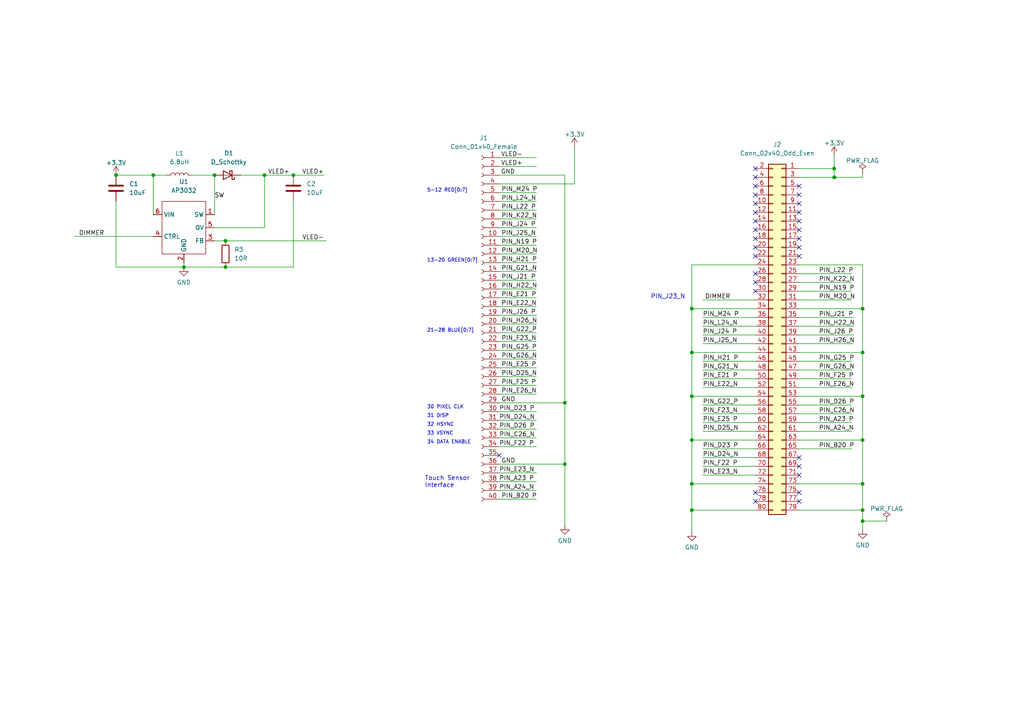
<source format=kicad_sch>
(kicad_sch (version 20211123) (generator eeschema)
  (paper "A4")
  (title_block (title "FPGA LCD Adapter") (date "2022-10-30") (rev "B") (company "Mobilinkd LLC"))
  (lib_symbols
    (symbol "Connector:Conn_01x40_Female" (pin_names (offset 1.016) hide)
      (property "Reference" "J" (at 0 50.8 0))
      (property "Value" "Conn_01x40_Female" (at 0 -53.34 0))
      (symbol "Conn_01x40_Female_1_1"
        (arc (start 0 -50.292) (mid -0.508 -50.8) (end 0 -51.308) (stroke (width 0.1524)))
        (arc (start 0 -47.752) (mid -0.508 -48.26) (end 0 -48.768) (stroke (width 0.1524)))
        (arc (start 0 -45.212) (mid -0.508 -45.72) (end 0 -46.228) (stroke (width 0.1524)))
        (arc (start 0 -42.672) (mid -0.508 -43.18) (end 0 -43.688) (stroke (width 0.1524)))
        (arc (start 0 -40.132) (mid -0.508 -40.64) (end 0 -41.148) (stroke (width 0.1524)))
        (arc (start 0 -37.592) (mid -0.508 -38.1) (end 0 -38.608) (stroke (width 0.1524)))
        (arc (start 0 -35.052) (mid -0.508 -35.56) (end 0 -36.068) (stroke (width 0.1524)))
        (arc (start 0 -32.512) (mid -0.508 -33.02) (end 0 -33.528) (stroke (width 0.1524)))
        (arc (start 0 -29.972) (mid -0.508 -30.48) (end 0 -30.988) (stroke (width 0.1524)))
        (arc (start 0 -27.432) (mid -0.508 -27.94) (end 0 -28.448) (stroke (width 0.1524)))
        (arc (start 0 -24.892) (mid -0.508 -25.4) (end 0 -25.908) (stroke (width 0.1524)))
        (arc (start 0 -22.352) (mid -0.508 -22.86) (end 0 -23.368) (stroke (width 0.1524)))
        (arc (start 0 -19.812) (mid -0.508 -20.32) (end 0 -20.828) (stroke (width 0.1524)))
        (arc (start 0 -17.272) (mid -0.508 -17.78) (end 0 -18.288) (stroke (width 0.1524)))
        (arc (start 0 -14.732) (mid -0.508 -15.24) (end 0 -15.748) (stroke (width 0.1524)))
        (arc (start 0 -12.192) (mid -0.508 -12.7) (end 0 -13.208) (stroke (width 0.1524)))
        (arc (start 0 -9.652) (mid -0.508 -10.16) (end 0 -10.668) (stroke (width 0.1524)))
        (arc (start 0 -7.112) (mid -0.508 -7.62) (end 0 -8.128) (stroke (width 0.1524)))
        (arc (start 0 -4.572) (mid -0.508 -5.08) (end 0 -5.588) (stroke (width 0.1524)))
        (arc (start 0 -2.032) (mid -0.508 -2.54) (end 0 -3.048) (stroke (width 0.1524)))
        (polyline (pts (xy -1.27 -50.8) (xy -0.508 -50.8)) (stroke (width 0.1524)))
        (polyline (pts (xy -1.27 -48.26) (xy -0.508 -48.26)) (stroke (width 0.1524)))
        (polyline (pts (xy -1.27 -45.72) (xy -0.508 -45.72)) (stroke (width 0.1524)))
        (polyline (pts (xy -1.27 -43.18) (xy -0.508 -43.18)) (stroke (width 0.1524)))
        (polyline (pts (xy -1.27 -40.64) (xy -0.508 -40.64)) (stroke (width 0.1524)))
        (polyline (pts (xy -1.27 -38.1) (xy -0.508 -38.1)) (stroke (width 0.1524)))
        (polyline (pts (xy -1.27 -35.56) (xy -0.508 -35.56)) (stroke (width 0.1524)))
        (polyline (pts (xy -1.27 -33.02) (xy -0.508 -33.02)) (stroke (width 0.1524)))
        (polyline (pts (xy -1.27 -30.48) (xy -0.508 -30.48)) (stroke (width 0.1524)))
        (polyline (pts (xy -1.27 -27.94) (xy -0.508 -27.94)) (stroke (width 0.1524)))
        (polyline (pts (xy -1.27 -25.4) (xy -0.508 -25.4)) (stroke (width 0.1524)))
        (polyline (pts (xy -1.27 -22.86) (xy -0.508 -22.86)) (stroke (width 0.1524)))
        (polyline (pts (xy -1.27 -20.32) (xy -0.508 -20.32)) (stroke (width 0.1524)))
        (polyline (pts (xy -1.27 -17.78) (xy -0.508 -17.78)) (stroke (width 0.1524)))
        (polyline (pts (xy -1.27 -15.24) (xy -0.508 -15.24)) (stroke (width 0.1524)))
        (polyline (pts (xy -1.27 -12.7) (xy -0.508 -12.7)) (stroke (width 0.1524)))
        (polyline (pts (xy -1.27 -10.16) (xy -0.508 -10.16)) (stroke (width 0.1524)))
        (polyline (pts (xy -1.27 -7.62) (xy -0.508 -7.62)) (stroke (width 0.1524)))
        (polyline (pts (xy -1.27 -5.08) (xy -0.508 -5.08)) (stroke (width 0.1524)))
        (polyline (pts (xy -1.27 -2.54) (xy -0.508 -2.54)) (stroke (width 0.1524)))
        (polyline (pts (xy -1.27 0) (xy -0.508 0)) (stroke (width 0.1524)))
        (polyline (pts (xy -1.27 2.54) (xy -0.508 2.54)) (stroke (width 0.1524)))
        (polyline (pts (xy -1.27 5.08) (xy -0.508 5.08)) (stroke (width 0.1524)))
        (polyline (pts (xy -1.27 7.62) (xy -0.508 7.62)) (stroke (width 0.1524)))
        (polyline (pts (xy -1.27 10.16) (xy -0.508 10.16)) (stroke (width 0.1524)))
        (polyline (pts (xy -1.27 12.7) (xy -0.508 12.7)) (stroke (width 0.1524)))
        (polyline (pts (xy -1.27 15.24) (xy -0.508 15.24)) (stroke (width 0.1524)))
        (polyline (pts (xy -1.27 17.78) (xy -0.508 17.78)) (stroke (width 0.1524)))
        (polyline (pts (xy -1.27 20.32) (xy -0.508 20.32)) (stroke (width 0.1524)))
        (polyline (pts (xy -1.27 22.86) (xy -0.508 22.86)) (stroke (width 0.1524)))
        (polyline (pts (xy -1.27 25.4) (xy -0.508 25.4)) (stroke (width 0.1524)))
        (polyline (pts (xy -1.27 27.94) (xy -0.508 27.94)) (stroke (width 0.1524)))
        (polyline (pts (xy -1.27 30.48) (xy -0.508 30.48)) (stroke (width 0.1524)))
        (polyline (pts (xy -1.27 33.02) (xy -0.508 33.02)) (stroke (width 0.1524)))
        (polyline (pts (xy -1.27 35.56) (xy -0.508 35.56)) (stroke (width 0.1524)))
        (polyline (pts (xy -1.27 38.1) (xy -0.508 38.1)) (stroke (width 0.1524)))
        (polyline (pts (xy -1.27 40.64) (xy -0.508 40.64)) (stroke (width 0.1524)))
        (polyline (pts (xy -1.27 43.18) (xy -0.508 43.18)) (stroke (width 0.1524)))
        (polyline (pts (xy -1.27 45.72) (xy -0.508 45.72)) (stroke (width 0.1524)))
        (polyline (pts (xy -1.27 48.26) (xy -0.508 48.26)) (stroke (width 0.1524)))
        (arc (start 0 0.508) (mid -0.508 0) (end 0 -0.508) (stroke (width 0.1524)))
        (arc (start 0 3.048) (mid -0.508 2.54) (end 0 2.032) (stroke (width 0.1524)))
        (arc (start 0 5.588) (mid -0.508 5.08) (end 0 4.572) (stroke (width 0.1524)))
        (arc (start 0 8.128) (mid -0.508 7.62) (end 0 7.112) (stroke (width 0.1524)))
        (arc (start 0 10.668) (mid -0.508 10.16) (end 0 9.652) (stroke (width 0.1524)))
        (arc (start 0 13.208) (mid -0.508 12.7) (end 0 12.192) (stroke (width 0.1524)))
        (arc (start 0 15.748) (mid -0.508 15.24) (end 0 14.732) (stroke (width 0.1524)))
        (arc (start 0 18.288) (mid -0.508 17.78) (end 0 17.272) (stroke (width 0.1524)))
        (arc (start 0 20.828) (mid -0.508 20.32) (end 0 19.812) (stroke (width 0.1524)))
        (arc (start 0 23.368) (mid -0.508 22.86) (end 0 22.352) (stroke (width 0.1524)))
        (arc (start 0 25.908) (mid -0.508 25.4) (end 0 24.892) (stroke (width 0.1524)))
        (arc (start 0 28.448) (mid -0.508 27.94) (end 0 27.432) (stroke (width 0.1524)))
        (arc (start 0 30.988) (mid -0.508 30.48) (end 0 29.972) (stroke (width 0.1524)))
        (arc (start 0 33.528) (mid -0.508 33.02) (end 0 32.512) (stroke (width 0.1524)))
        (arc (start 0 36.068) (mid -0.508 35.56) (end 0 35.052) (stroke (width 0.1524)))
        (arc (start 0 38.608) (mid -0.508 38.1) (end 0 37.592) (stroke (width 0.1524)))
        (arc (start 0 41.148) (mid -0.508 40.64) (end 0 40.132) (stroke (width 0.1524)))
        (arc (start 0 43.688) (mid -0.508 43.18) (end 0 42.672) (stroke (width 0.1524)))
        (arc (start 0 46.228) (mid -0.508 45.72) (end 0 45.212) (stroke (width 0.1524)))
        (arc (start 0 48.768) (mid -0.508 48.26) (end 0 47.752) (stroke (width 0.1524)))
        (pin passive line (at -5.08 48.26 0) (length 3.81) (name "Pin_1") (number "1"))
        (pin passive line (at -5.08 25.4 0) (length 3.81) (name "Pin_10") (number "10"))
        (pin passive line (at -5.08 22.86 0) (length 3.81) (name "Pin_11") (number "11"))
        (pin passive line (at -5.08 20.32 0) (length 3.81) (name "Pin_12") (number "12"))
        (pin passive line (at -5.08 17.78 0) (length 3.81) (name "Pin_13") (number "13"))
        (pin passive line (at -5.08 15.24 0) (length 3.81) (name "Pin_14") (number "14"))
        (pin passive line (at -5.08 12.7 0) (length 3.81) (name "Pin_15") (number "15"))
        (pin passive line (at -5.08 10.16 0) (length 3.81) (name "Pin_16") (number "16"))
        (pin passive line (at -5.08 7.62 0) (length 3.81) (name "Pin_17") (number "17"))
        (pin passive line (at -5.08 5.08 0) (length 3.81) (name "Pin_18") (number "18"))
        (pin passive line (at -5.08 2.54 0) (length 3.81) (name "Pin_19") (number "19"))
        (pin passive line (at -5.08 45.72 0) (length 3.81) (name "Pin_2") (number "2"))
        (pin passive line (at -5.08 0 0) (length 3.81) (name "Pin_20") (number "20"))
        (pin passive line (at -5.08 -2.54 0) (length 3.81) (name "Pin_21") (number "21"))
        (pin passive line (at -5.08 -5.08 0) (length 3.81) (name "Pin_22") (number "22"))
        (pin passive line (at -5.08 -7.62 0) (length 3.81) (name "Pin_23") (number "23"))
        (pin passive line (at -5.08 -10.16 0) (length 3.81) (name "Pin_24") (number "24"))
        (pin passive line (at -5.08 -12.7 0) (length 3.81) (name "Pin_25") (number "25"))
        (pin passive line (at -5.08 -15.24 0) (length 3.81) (name "Pin_26") (number "26"))
        (pin passive line (at -5.08 -17.78 0) (length 3.81) (name "Pin_27") (number "27"))
        (pin passive line (at -5.08 -20.32 0) (length 3.81) (name "Pin_28") (number "28"))
        (pin passive line (at -5.08 -22.86 0) (length 3.81) (name "Pin_29") (number "29"))
        (pin passive line (at -5.08 43.18 0) (length 3.81) (name "Pin_3") (number "3"))
        (pin passive line (at -5.08 -25.4 0) (length 3.81) (name "Pin_30") (number "30"))
        (pin passive line (at -5.08 -27.94 0) (length 3.81) (name "Pin_31") (number "31"))
        (pin passive line (at -5.08 -30.48 0) (length 3.81) (name "Pin_32") (number "32"))
        (pin passive line (at -5.08 -33.02 0) (length 3.81) (name "Pin_33") (number "33"))
        (pin passive line (at -5.08 -35.56 0) (length 3.81) (name "Pin_34") (number "34"))
        (pin passive line (at -5.08 -38.1 0) (length 3.81) (name "Pin_35") (number "35"))
        (pin passive line (at -5.08 -40.64 0) (length 3.81) (name "Pin_36") (number "36"))
        (pin passive line (at -5.08 -43.18 0) (length 3.81) (name "Pin_37") (number "37"))
        (pin passive line (at -5.08 -45.72 0) (length 3.81) (name "Pin_38") (number "38"))
        (pin passive line (at -5.08 -48.26 0) (length 3.81) (name "Pin_39") (number "39"))
        (pin passive line (at -5.08 40.64 0) (length 3.81) (name "Pin_4") (number "4"))
        (pin passive line (at -5.08 -50.8 0) (length 3.81) (name "Pin_40") (number "40"))
        (pin passive line (at -5.08 38.1 0) (length 3.81) (name "Pin_5") (number "5"))
        (pin passive line (at -5.08 35.56 0) (length 3.81) (name "Pin_6") (number "6"))
        (pin passive line (at -5.08 33.02 0) (length 3.81) (name "Pin_7") (number "7"))
        (pin passive line (at -5.08 30.48 0) (length 3.81) (name "Pin_8") (number "8"))
        (pin passive line (at -5.08 27.94 0) (length 3.81) (name "Pin_9") (number "9"))
      )
    )
    (symbol "Connector_Generic:Conn_02x40_Odd_Even" (pin_names (offset 1.016) hide)
      (property "Reference" "J" (at 1.27 50.8 0))
      (property "Value" "Conn_02x40_Odd_Even" (at 1.27 -53.34 0))
      (symbol "Conn_02x40_Odd_Even_1_1"
        (rectangle (start -1.27 -50.673) (end 0 -50.927) (stroke (width 0.1524)))
        (rectangle (start -1.27 -48.133) (end 0 -48.387) (stroke (width 0.1524)))
        (rectangle (start -1.27 -45.593) (end 0 -45.847) (stroke (width 0.1524)))
        (rectangle (start -1.27 -43.053) (end 0 -43.307) (stroke (width 0.1524)))
        (rectangle (start -1.27 -40.513) (end 0 -40.767) (stroke (width 0.1524)))
        (rectangle (start -1.27 -37.973) (end 0 -38.227) (stroke (width 0.1524)))
        (rectangle (start -1.27 -35.433) (end 0 -35.687) (stroke (width 0.1524)))
        (rectangle (start -1.27 -32.893) (end 0 -33.147) (stroke (width 0.1524)))
        (rectangle (start -1.27 -30.353) (end 0 -30.607) (stroke (width 0.1524)))
        (rectangle (start -1.27 -27.813) (end 0 -28.067) (stroke (width 0.1524)))
        (rectangle (start -1.27 -25.273) (end 0 -25.527) (stroke (width 0.1524)))
        (rectangle (start -1.27 -22.733) (end 0 -22.987) (stroke (width 0.1524)))
        (rectangle (start -1.27 -20.193) (end 0 -20.447) (stroke (width 0.1524)))
        (rectangle (start -1.27 -17.653) (end 0 -17.907) (stroke (width 0.1524)))
        (rectangle (start -1.27 -15.113) (end 0 -15.367) (stroke (width 0.1524)))
        (rectangle (start -1.27 -12.573) (end 0 -12.827) (stroke (width 0.1524)))
        (rectangle (start -1.27 -10.033) (end 0 -10.287) (stroke (width 0.1524)))
        (rectangle (start -1.27 -7.493) (end 0 -7.747) (stroke (width 0.1524)))
        (rectangle (start -1.27 -4.953) (end 0 -5.207) (stroke (width 0.1524)))
        (rectangle (start -1.27 -2.413) (end 0 -2.667) (stroke (width 0.1524)))
        (rectangle (start -1.27 0.127) (end 0 -0.127) (stroke (width 0.1524)))
        (rectangle (start -1.27 2.667) (end 0 2.413) (stroke (width 0.1524)))
        (rectangle (start -1.27 5.207) (end 0 4.953) (stroke (width 0.1524)))
        (rectangle (start -1.27 7.747) (end 0 7.493) (stroke (width 0.1524)))
        (rectangle (start -1.27 10.287) (end 0 10.033) (stroke (width 0.1524)))
        (rectangle (start -1.27 12.827) (end 0 12.573) (stroke (width 0.1524)))
        (rectangle (start -1.27 15.367) (end 0 15.113) (stroke (width 0.1524)))
        (rectangle (start -1.27 17.907) (end 0 17.653) (stroke (width 0.1524)))
        (rectangle (start -1.27 20.447) (end 0 20.193) (stroke (width 0.1524)))
        (rectangle (start -1.27 22.987) (end 0 22.733) (stroke (width 0.1524)))
        (rectangle (start -1.27 25.527) (end 0 25.273) (stroke (width 0.1524)))
        (rectangle (start -1.27 28.067) (end 0 27.813) (stroke (width 0.1524)))
        (rectangle (start -1.27 30.607) (end 0 30.353) (stroke (width 0.1524)))
        (rectangle (start -1.27 33.147) (end 0 32.893) (stroke (width 0.1524)))
        (rectangle (start -1.27 35.687) (end 0 35.433) (stroke (width 0.1524)))
        (rectangle (start -1.27 38.227) (end 0 37.973) (stroke (width 0.1524)))
        (rectangle (start -1.27 40.767) (end 0 40.513) (stroke (width 0.1524)))
        (rectangle (start -1.27 43.307) (end 0 43.053) (stroke (width 0.1524)))
        (rectangle (start -1.27 45.847) (end 0 45.593) (stroke (width 0.1524)))
        (rectangle (start -1.27 48.387) (end 0 48.133) (stroke (width 0.1524)))
        (rectangle (start -1.27 49.53) (end 3.81 -52.07) (stroke (width 0.254)) (fill (type background)))
        (rectangle (start 3.81 -50.673) (end 2.54 -50.927) (stroke (width 0.1524)))
        (rectangle (start 3.81 -48.133) (end 2.54 -48.387) (stroke (width 0.1524)))
        (rectangle (start 3.81 -45.593) (end 2.54 -45.847) (stroke (width 0.1524)))
        (rectangle (start 3.81 -43.053) (end 2.54 -43.307) (stroke (width 0.1524)))
        (rectangle (start 3.81 -40.513) (end 2.54 -40.767) (stroke (width 0.1524)))
        (rectangle (start 3.81 -37.973) (end 2.54 -38.227) (stroke (width 0.1524)))
        (rectangle (start 3.81 -35.433) (end 2.54 -35.687) (stroke (width 0.1524)))
        (rectangle (start 3.81 -32.893) (end 2.54 -33.147) (stroke (width 0.1524)))
        (rectangle (start 3.81 -30.353) (end 2.54 -30.607) (stroke (width 0.1524)))
        (rectangle (start 3.81 -27.813) (end 2.54 -28.067) (stroke (width 0.1524)))
        (rectangle (start 3.81 -25.273) (end 2.54 -25.527) (stroke (width 0.1524)))
        (rectangle (start 3.81 -22.733) (end 2.54 -22.987) (stroke (width 0.1524)))
        (rectangle (start 3.81 -20.193) (end 2.54 -20.447) (stroke (width 0.1524)))
        (rectangle (start 3.81 -17.653) (end 2.54 -17.907) (stroke (width 0.1524)))
        (rectangle (start 3.81 -15.113) (end 2.54 -15.367) (stroke (width 0.1524)))
        (rectangle (start 3.81 -12.573) (end 2.54 -12.827) (stroke (width 0.1524)))
        (rectangle (start 3.81 -10.033) (end 2.54 -10.287) (stroke (width 0.1524)))
        (rectangle (start 3.81 -7.493) (end 2.54 -7.747) (stroke (width 0.1524)))
        (rectangle (start 3.81 -4.953) (end 2.54 -5.207) (stroke (width 0.1524)))
        (rectangle (start 3.81 -2.413) (end 2.54 -2.667) (stroke (width 0.1524)))
        (rectangle (start 3.81 0.127) (end 2.54 -0.127) (stroke (width 0.1524)))
        (rectangle (start 3.81 2.667) (end 2.54 2.413) (stroke (width 0.1524)))
        (rectangle (start 3.81 5.207) (end 2.54 4.953) (stroke (width 0.1524)))
        (rectangle (start 3.81 7.747) (end 2.54 7.493) (stroke (width 0.1524)))
        (rectangle (start 3.81 10.287) (end 2.54 10.033) (stroke (width 0.1524)))
        (rectangle (start 3.81 12.827) (end 2.54 12.573) (stroke (width 0.1524)))
        (rectangle (start 3.81 15.367) (end 2.54 15.113) (stroke (width 0.1524)))
        (rectangle (start 3.81 17.907) (end 2.54 17.653) (stroke (width 0.1524)))
        (rectangle (start 3.81 20.447) (end 2.54 20.193) (stroke (width 0.1524)))
        (rectangle (start 3.81 22.987) (end 2.54 22.733) (stroke (width 0.1524)))
        (rectangle (start 3.81 25.527) (end 2.54 25.273) (stroke (width 0.1524)))
        (rectangle (start 3.81 28.067) (end 2.54 27.813) (stroke (width 0.1524)))
        (rectangle (start 3.81 30.607) (end 2.54 30.353) (stroke (width 0.1524)))
        (rectangle (start 3.81 33.147) (end 2.54 32.893) (stroke (width 0.1524)))
        (rectangle (start 3.81 35.687) (end 2.54 35.433) (stroke (width 0.1524)))
        (rectangle (start 3.81 38.227) (end 2.54 37.973) (stroke (width 0.1524)))
        (rectangle (start 3.81 40.767) (end 2.54 40.513) (stroke (width 0.1524)))
        (rectangle (start 3.81 43.307) (end 2.54 43.053) (stroke (width 0.1524)))
        (rectangle (start 3.81 45.847) (end 2.54 45.593) (stroke (width 0.1524)))
        (rectangle (start 3.81 48.387) (end 2.54 48.133) (stroke (width 0.1524)))
        (pin passive line (at -5.08 48.26 0) (length 3.81) (name "Pin_1") (number "1"))
        (pin passive line (at 7.62 38.1 180) (length 3.81) (name "Pin_10") (number "10"))
        (pin passive line (at -5.08 35.56 0) (length 3.81) (name "Pin_11") (number "11"))
        (pin passive line (at 7.62 35.56 180) (length 3.81) (name "Pin_12") (number "12"))
        (pin passive line (at -5.08 33.02 0) (length 3.81) (name "Pin_13") (number "13"))
        (pin passive line (at 7.62 33.02 180) (length 3.81) (name "Pin_14") (number "14"))
        (pin passive line (at -5.08 30.48 0) (length 3.81) (name "Pin_15") (number "15"))
        (pin passive line (at 7.62 30.48 180) (length 3.81) (name "Pin_16") (number "16"))
        (pin passive line (at -5.08 27.94 0) (length 3.81) (name "Pin_17") (number "17"))
        (pin passive line (at 7.62 27.94 180) (length 3.81) (name "Pin_18") (number "18"))
        (pin passive line (at -5.08 25.4 0) (length 3.81) (name "Pin_19") (number "19"))
        (pin passive line (at 7.62 48.26 180) (length 3.81) (name "Pin_2") (number "2"))
        (pin passive line (at 7.62 25.4 180) (length 3.81) (name "Pin_20") (number "20"))
        (pin passive line (at -5.08 22.86 0) (length 3.81) (name "Pin_21") (number "21"))
        (pin passive line (at 7.62 22.86 180) (length 3.81) (name "Pin_22") (number "22"))
        (pin passive line (at -5.08 20.32 0) (length 3.81) (name "Pin_23") (number "23"))
        (pin passive line (at 7.62 20.32 180) (length 3.81) (name "Pin_24") (number "24"))
        (pin passive line (at -5.08 17.78 0) (length 3.81) (name "Pin_25") (number "25"))
        (pin passive line (at 7.62 17.78 180) (length 3.81) (name "Pin_26") (number "26"))
        (pin passive line (at -5.08 15.24 0) (length 3.81) (name "Pin_27") (number "27"))
        (pin passive line (at 7.62 15.24 180) (length 3.81) (name "Pin_28") (number "28"))
        (pin passive line (at -5.08 12.7 0) (length 3.81) (name "Pin_29") (number "29"))
        (pin passive line (at -5.08 45.72 0) (length 3.81) (name "Pin_3") (number "3"))
        (pin passive line (at 7.62 12.7 180) (length 3.81) (name "Pin_30") (number "30"))
        (pin passive line (at -5.08 10.16 0) (length 3.81) (name "Pin_31") (number "31"))
        (pin passive line (at 7.62 10.16 180) (length 3.81) (name "Pin_32") (number "32"))
        (pin passive line (at -5.08 7.62 0) (length 3.81) (name "Pin_33") (number "33"))
        (pin passive line (at 7.62 7.62 180) (length 3.81) (name "Pin_34") (number "34"))
        (pin passive line (at -5.08 5.08 0) (length 3.81) (name "Pin_35") (number "35"))
        (pin passive line (at 7.62 5.08 180) (length 3.81) (name "Pin_36") (number "36"))
        (pin passive line (at -5.08 2.54 0) (length 3.81) (name "Pin_37") (number "37"))
        (pin passive line (at 7.62 2.54 180) (length 3.81) (name "Pin_38") (number "38"))
        (pin passive line (at -5.08 0 0) (length 3.81) (name "Pin_39") (number "39"))
        (pin passive line (at 7.62 45.72 180) (length 3.81) (name "Pin_4") (number "4"))
        (pin passive line (at 7.62 0 180) (length 3.81) (name "Pin_40") (number "40"))
        (pin passive line (at -5.08 -2.54 0) (length 3.81) (name "Pin_41") (number "41"))
        (pin passive line (at 7.62 -2.54 180) (length 3.81) (name "Pin_42") (number "42"))
        (pin passive line (at -5.08 -5.08 0) (length 3.81) (name "Pin_43") (number "43"))
        (pin passive line (at 7.62 -5.08 180) (length 3.81) (name "Pin_44") (number "44"))
        (pin passive line (at -5.08 -7.62 0) (length 3.81) (name "Pin_45") (number "45"))
        (pin passive line (at 7.62 -7.62 180) (length 3.81) (name "Pin_46") (number "46"))
        (pin passive line (at -5.08 -10.16 0) (length 3.81) (name "Pin_47") (number "47"))
        (pin passive line (at 7.62 -10.16 180) (length 3.81) (name "Pin_48") (number "48"))
        (pin passive line (at -5.08 -12.7 0) (length 3.81) (name "Pin_49") (number "49"))
        (pin passive line (at -5.08 43.18 0) (length 3.81) (name "Pin_5") (number "5"))
        (pin passive line (at 7.62 -12.7 180) (length 3.81) (name "Pin_50") (number "50"))
        (pin passive line (at -5.08 -15.24 0) (length 3.81) (name "Pin_51") (number "51"))
        (pin passive line (at 7.62 -15.24 180) (length 3.81) (name "Pin_52") (number "52"))
        (pin passive line (at -5.08 -17.78 0) (length 3.81) (name "Pin_53") (number "53"))
        (pin passive line (at 7.62 -17.78 180) (length 3.81) (name "Pin_54") (number "54"))
        (pin passive line (at -5.08 -20.32 0) (length 3.81) (name "Pin_55") (number "55"))
        (pin passive line (at 7.62 -20.32 180) (length 3.81) (name "Pin_56") (number "56"))
        (pin passive line (at -5.08 -22.86 0) (length 3.81) (name "Pin_57") (number "57"))
        (pin passive line (at 7.62 -22.86 180) (length 3.81) (name "Pin_58") (number "58"))
        (pin passive line (at -5.08 -25.4 0) (length 3.81) (name "Pin_59") (number "59"))
        (pin passive line (at 7.62 43.18 180) (length 3.81) (name "Pin_6") (number "6"))
        (pin passive line (at 7.62 -25.4 180) (length 3.81) (name "Pin_60") (number "60"))
        (pin passive line (at -5.08 -27.94 0) (length 3.81) (name "Pin_61") (number "61"))
        (pin passive line (at 7.62 -27.94 180) (length 3.81) (name "Pin_62") (number "62"))
        (pin passive line (at -5.08 -30.48 0) (length 3.81) (name "Pin_63") (number "63"))
        (pin passive line (at 7.62 -30.48 180) (length 3.81) (name "Pin_64") (number "64"))
        (pin passive line (at -5.08 -33.02 0) (length 3.81) (name "Pin_65") (number "65"))
        (pin passive line (at 7.62 -33.02 180) (length 3.81) (name "Pin_66") (number "66"))
        (pin passive line (at -5.08 -35.56 0) (length 3.81) (name "Pin_67") (number "67"))
        (pin passive line (at 7.62 -35.56 180) (length 3.81) (name "Pin_68") (number "68"))
        (pin passive line (at -5.08 -38.1 0) (length 3.81) (name "Pin_69") (number "69"))
        (pin passive line (at -5.08 40.64 0) (length 3.81) (name "Pin_7") (number "7"))
        (pin passive line (at 7.62 -38.1 180) (length 3.81) (name "Pin_70") (number "70"))
        (pin passive line (at -5.08 -40.64 0) (length 3.81) (name "Pin_71") (number "71"))
        (pin passive line (at 7.62 -40.64 180) (length 3.81) (name "Pin_72") (number "72"))
        (pin passive line (at -5.08 -43.18 0) (length 3.81) (name "Pin_73") (number "73"))
        (pin passive line (at 7.62 -43.18 180) (length 3.81) (name "Pin_74") (number "74"))
        (pin passive line (at -5.08 -45.72 0) (length 3.81) (name "Pin_75") (number "75"))
        (pin passive line (at 7.62 -45.72 180) (length 3.81) (name "Pin_76") (number "76"))
        (pin passive line (at -5.08 -48.26 0) (length 3.81) (name "Pin_77") (number "77"))
        (pin passive line (at 7.62 -48.26 180) (length 3.81) (name "Pin_78") (number "78"))
        (pin passive line (at -5.08 -50.8 0) (length 3.81) (name "Pin_79") (number "79"))
        (pin passive line (at 7.62 40.64 180) (length 3.81) (name "Pin_8") (number "8"))
        (pin passive line (at 7.62 -50.8 180) (length 3.81) (name "Pin_80") (number "80"))
        (pin passive line (at -5.08 38.1 0) (length 3.81) (name "Pin_9") (number "9"))
      )
    )
    (symbol "Device:C" (pin_numbers hide) (pin_names (offset 0.254))
      (property "Reference" "C" (at 0.635 2.54 0))
      (property "Value" "C" (at 0.635 -2.54 0))
      (symbol "C_0_1"
        (polyline (pts (xy -2.032 -0.762) (xy 2.032 -0.762)) (stroke (width 0.508)))
        (polyline (pts (xy -2.032 0.762) (xy 2.032 0.762)) (stroke (width 0.508)))
      )
      (symbol "C_1_1"
        (pin passive line (at 0 3.81 270) (length 2.794) (name "~") (number "1"))
        (pin passive line (at 0 -3.81 90) (length 2.794) (name "~") (number "2"))
      )
    )
    (symbol "Device:D_Schottky" (pin_numbers hide) (pin_names (offset 1.016) hide)
      (property "Reference" "D" (at 0 2.54 0))
      (property "Value" "D_Schottky" (at 0 -2.54 0))
      (symbol "D_Schottky_0_1"
        (polyline (pts (xy 1.27 0) (xy -1.27 0)))
        (polyline (pts (xy 1.27 1.27) (xy 1.27 -1.27) (xy -1.27 0) (xy 1.27 1.27)) (stroke (width 0.254)))
        (polyline (pts (xy -1.905 0.635) (xy -1.905 1.27) (xy -1.27 1.27) (xy -1.27 -1.27) (xy -0.635 -1.27) (xy -0.635 -0.635)) (stroke (width 0.254)))
      )
      (symbol "D_Schottky_1_1"
        (pin passive line (at -3.81 0 0) (length 2.54) (name "K") (number "1"))
        (pin passive line (at 3.81 0 180) (length 2.54) (name "A") (number "2"))
      )
    )
    (symbol "Device:L" (pin_numbers hide) (pin_names (offset 1.016) hide)
      (property "Reference" "L" (at -1.27 0 90))
      (property "Value" "L" (at 1.905 0 90))
      (symbol "L_0_1"
        (arc (start 0 -2.54) (mid 0.635 -1.905) (end 0 -1.27))
        (arc (start 0 -1.27) (mid 0.635 -0.635) (end 0 0))
        (arc (start 0 0) (mid 0.635 0.635) (end 0 1.27))
        (arc (start 0 1.27) (mid 0.635 1.905) (end 0 2.54))
      )
      (symbol "L_1_1"
        (pin passive line (at 0 3.81 270) (length 1.27) (name "1") (number "1"))
        (pin passive line (at 0 -3.81 90) (length 1.27) (name "2") (number "2"))
      )
    )
    (symbol "Device:R" (pin_numbers hide) (pin_names (offset 0))
      (property "Reference" "R" (at 2.032 0 90))
      (property "Value" "R" (at 0 0 90))
      (symbol "R_0_1"
        (rectangle (start -1.016 -2.54) (end 1.016 2.54) (stroke (width 0.254)))
      )
      (symbol "R_1_1"
        (pin passive line (at 0 3.81 270) (length 1.27) (name "~") (number "1"))
        (pin passive line (at 0 -3.81 90) (length 1.27) (name "~") (number "2"))
      )
    )
    (symbol "lcd-adapter:AP3032"
      (property "Reference" "U" (at 0 11.43 0))
      (property "Value" "AP3032" (at 0 8.89 0))
      (symbol "AP3032_0_1"
        (rectangle (start -6.35 7.62) (end 6.35 -7.62))
      )
      (symbol "AP3032_1_1"
        (pin output line (at 8.89 3.81 180) (length 2.54) (name "SW") (number "1"))
        (pin power_in line (at 0 -10.16 90) (length 2.54) (name "GND") (number "2"))
        (pin input line (at 8.89 -3.81 180) (length 2.54) (name "FB") (number "3"))
        (pin input line (at -8.89 -2.54 0) (length 2.54) (name "CTRL") (number "4"))
        (pin input line (at 8.89 0 180) (length 2.54) (name "OV") (number "5"))
        (pin power_in line (at -8.89 3.81 0) (length 2.54) (name "VIN") (number "6"))
      )
    )
    (symbol "power:+3.3V" (power) (pin_names (offset 0))
      (property "Value" "+3.3V" (at 0 3.556 0))
      (symbol "+3.3V_0_1"
        (polyline (pts (xy -0.762 1.27) (xy 0 2.54)))
        (polyline (pts (xy 0 0) (xy 0 2.54)))
        (polyline (pts (xy 0 2.54) (xy 0.762 1.27)))
      )
      (symbol "+3.3V_1_1"
        (pin power_in line (at 0 0 90) (length 0) hide (name "+3.3V") (number "1"))
      )
    )
    (symbol "power:GND" (power) (pin_names (offset 0))
      (property "Value" "GND" (at 0 -3.81 0))
      (symbol "GND_0_1"
        (polyline (pts (xy 0 0) (xy 0 -1.27) (xy 1.27 -1.27) (xy 0 -2.54) (xy -1.27 -1.27) (xy 0 -1.27)))
      )
      (symbol "GND_1_1"
        (pin power_in line (at 0 0 270) (length 0) hide (name "GND") (number "1"))
      )
    )
    (symbol "power:PWR_FLAG" (power) (pin_numbers hide) (pin_names (offset 0) hide)
      (property "Value" "PWR_FLAG" (at 0 3.81 0))
      (symbol "PWR_FLAG_0_0"
        (pin power_out line (at 0 0 90) (length 0) (name "pwr") (number "1"))
      )
      (symbol "PWR_FLAG_0_1"
        (polyline (pts (xy 0 0) (xy 0 1.27) (xy -1.016 1.905) (xy 0 2.54) (xy 1.016 1.905) (xy 0 1.27)))
      )
    )
  )
  (junction (at 76.708 50.8))
  (junction (at 241.935 48.895))
  (junction (at 250.19 127.635))
  (junction (at 250.19 147.955))
  (junction (at 250.19 89.535))
  (junction (at 53.34 77.47))
  (junction (at 163.83 116.84))
  (junction (at 200.66 127.635))
  (junction (at 85.09 50.8))
  (junction (at 250.19 151.13))
  (junction (at 200.66 147.955))
  (junction (at 250.19 114.935))
  (junction (at 65.405 69.85))
  (junction (at 250.19 140.335))
  (junction (at 242.062 51.435))
  (junction (at 200.66 114.935))
  (junction (at 62.23 50.8))
  (junction (at 200.66 89.535))
  (junction (at 200.66 102.235))
  (junction (at 241.935 51.435))
  (junction (at 163.83 134.62))
  (junction (at 44.45 50.8))
  (junction (at 33.655 50.8))
  (junction (at 250.19 102.235))
  (junction (at 65.405 77.47))
  (junction (at 200.66 140.335))
  (no_connect (at 219.075 79.375))
  (no_connect (at 219.075 81.915))
  (no_connect (at 219.075 84.455))
  (no_connect (at 219.075 142.875))
  (no_connect (at 219.075 145.415))
  (no_connect (at 231.775 64.135))
  (no_connect (at 231.775 66.675))
  (no_connect (at 231.775 74.295))
  (no_connect (at 231.775 71.755))
  (no_connect (at 231.775 69.215))
  (no_connect (at 144.78 132.08))
  (no_connect (at 231.775 132.715))
  (no_connect (at 231.775 142.875))
  (no_connect (at 231.775 145.415))
  (no_connect (at 231.775 137.795))
  (no_connect (at 219.075 59.055))
  (no_connect (at 219.075 51.435))
  (no_connect (at 219.075 48.895))
  (no_connect (at 219.075 61.595))
  (no_connect (at 219.075 53.975))
  (no_connect (at 219.075 56.515))
  (no_connect (at 219.075 66.675))
  (no_connect (at 219.075 64.135))
  (no_connect (at 219.075 71.755))
  (no_connect (at 219.075 69.215))
  (no_connect (at 231.775 135.255))
  (no_connect (at 231.775 61.595))
  (no_connect (at 231.775 53.975))
  (no_connect (at 231.775 59.055))
  (no_connect (at 231.775 56.515))
  (no_connect (at 219.075 74.295))
  (wire (pts (xy 144.78 91.44) (xy 155.575 91.44)))
  (wire (pts (xy 250.19 89.535) (xy 250.19 102.235)))
  (wire (pts (xy 250.19 50.165) (xy 250.19 51.435)))
  (wire (pts (xy 163.83 116.84) (xy 163.83 134.62)))
  (wire (pts (xy 250.19 151.13) (xy 257.175 151.13)))
  (wire (pts (xy 231.775 107.315) (xy 247.015 107.315)))
  (wire (pts (xy 21.59 68.58) (xy 44.45 68.58)))
  (wire (pts (xy 231.775 104.775) (xy 247.015 104.775)))
  (wire (pts (xy 203.835 109.855) (xy 219.075 109.855)))
  (wire (pts (xy 203.835 97.155) (xy 219.075 97.155)))
  (wire (pts (xy 231.775 114.935) (xy 250.19 114.935)))
  (wire (pts (xy 250.19 147.955) (xy 250.19 151.13)))
  (wire (pts (xy 231.775 51.435) (xy 241.935 51.435)))
  (wire (pts (xy 144.78 81.28) (xy 155.575 81.28)))
  (wire (pts (xy 144.78 99.06) (xy 155.575 99.06)))
  (wire (pts (xy 231.775 112.395) (xy 247.015 112.395)))
  (wire (pts (xy 203.835 92.075) (xy 219.075 92.075)))
  (wire (pts (xy 203.835 94.615) (xy 219.075 94.615)))
  (wire (pts (xy 144.78 45.72) (xy 155.575 45.72)))
  (wire (pts (xy 65.405 77.47) (xy 85.09 77.47)))
  (wire (pts (xy 144.78 116.84) (xy 163.83 116.84)))
  (wire (pts (xy 144.78 137.16) (xy 155.575 137.16)))
  (wire (pts (xy 62.23 69.85) (xy 65.405 69.85)))
  (wire (pts (xy 231.775 48.895) (xy 241.935 48.895)))
  (wire (pts (xy 231.775 147.955) (xy 250.19 147.955)))
  (wire (pts (xy 231.775 140.335) (xy 250.19 140.335)))
  (wire (pts (xy 250.19 140.335) (xy 250.19 147.955)))
  (wire (pts (xy 203.835 122.555) (xy 219.075 122.555)))
  (wire (pts (xy 76.708 50.8) (xy 85.09 50.8)))
  (wire (pts (xy 203.835 125.095) (xy 219.075 125.095)))
  (wire (pts (xy 200.66 140.335) (xy 219.075 140.335)))
  (wire (pts (xy 200.66 114.935) (xy 200.66 127.635)))
  (wire (pts (xy 231.775 92.075) (xy 247.65 92.075)))
  (wire (pts (xy 203.835 137.795) (xy 219.075 137.795)))
  (wire (pts (xy 69.85 50.8) (xy 76.708 50.8)))
  (wire (pts (xy 144.78 78.74) (xy 155.575 78.74)))
  (wire (pts (xy 250.19 114.935) (xy 250.19 127.635)))
  (wire (pts (xy 44.45 50.8) (xy 48.26 50.8)))
  (wire (pts (xy 231.775 79.375) (xy 247.015 79.375)))
  (wire (pts (xy 203.835 99.695) (xy 219.075 99.695)))
  (wire (pts (xy 200.66 114.935) (xy 219.075 114.935)))
  (wire (pts (xy 76.708 66.04) (xy 76.708 50.8)))
  (wire (pts (xy 144.78 144.78) (xy 155.575 144.78)))
  (wire (pts (xy 53.34 77.47) (xy 65.405 77.47)))
  (wire (pts (xy 85.09 58.42) (xy 85.09 77.47)))
  (wire (pts (xy 241.935 45.085) (xy 241.935 48.895)))
  (wire (pts (xy 144.78 76.2) (xy 155.575 76.2)))
  (wire (pts (xy 200.66 102.235) (xy 200.66 114.935)))
  (wire (pts (xy 144.78 58.42) (xy 155.575 58.42)))
  (wire (pts (xy 144.78 96.52) (xy 155.575 96.52)))
  (wire (pts (xy 203.835 120.015) (xy 219.075 120.015)))
  (wire (pts (xy 231.775 84.455) (xy 247.015 84.455)))
  (wire (pts (xy 166.624 53.34) (xy 166.624 42.545)))
  (wire (pts (xy 44.45 62.23) (xy 44.45 50.8)))
  (wire (pts (xy 144.78 101.6) (xy 155.575 101.6)))
  (wire (pts (xy 62.23 50.8) (xy 62.23 62.23)))
  (wire (pts (xy 250.19 102.235) (xy 250.19 114.935)))
  (wire (pts (xy 231.775 86.995) (xy 247.015 86.995)))
  (wire (pts (xy 144.78 119.38) (xy 155.575 119.38)))
  (wire (pts (xy 144.78 104.14) (xy 155.575 104.14)))
  (wire (pts (xy 231.775 99.695) (xy 247.4616 99.695)))
  (wire (pts (xy 200.66 147.955) (xy 200.66 154.305)))
  (wire (pts (xy 144.78 68.58) (xy 155.575 68.58)))
  (wire (pts (xy 33.655 58.42) (xy 33.655 77.47)))
  (wire (pts (xy 144.78 71.12) (xy 155.575 71.12)))
  (wire (pts (xy 203.835 130.175) (xy 219.075 130.175)))
  (wire (pts (xy 200.66 76.835) (xy 200.66 89.535)))
  (wire (pts (xy 144.78 50.8) (xy 163.83 50.8)))
  (wire (pts (xy 203.835 104.775) (xy 219.075 104.775)))
  (wire (pts (xy 231.775 94.615) (xy 247.65 94.615)))
  (wire (pts (xy 231.775 76.835) (xy 250.19 76.835)))
  (wire (pts (xy 33.655 50.8) (xy 44.45 50.8)))
  (wire (pts (xy 250.19 151.13) (xy 250.19 153.67)))
  (wire (pts (xy 144.78 86.36) (xy 155.575 86.36)))
  (wire (pts (xy 231.775 109.855) (xy 247.015 109.855)))
  (wire (pts (xy 231.775 122.555) (xy 247.015 122.555)))
  (wire (pts (xy 200.66 140.335) (xy 200.66 147.955)))
  (wire (pts (xy 250.19 127.635) (xy 250.19 140.335)))
  (wire (pts (xy 200.66 147.955) (xy 219.075 147.955)))
  (wire (pts (xy 144.78 124.46) (xy 155.575 124.46)))
  (wire (pts (xy 144.78 134.62) (xy 163.83 134.62)))
  (wire (pts (xy 241.935 51.435) (xy 242.062 51.435)))
  (wire (pts (xy 200.66 127.635) (xy 219.075 127.635)))
  (wire (pts (xy 85.1088 50.8) (xy 93.9988 50.8)))
  (wire (pts (xy 203.835 86.995) (xy 219.075 86.995)))
  (wire (pts (xy 200.66 102.235) (xy 219.075 102.235)))
  (wire (pts (xy 231.775 120.015) (xy 247.015 120.015)))
  (wire (pts (xy 144.78 142.24) (xy 155.575 142.24)))
  (wire (pts (xy 144.78 93.98) (xy 155.575 93.98)))
  (wire (pts (xy 203.835 135.255) (xy 219.075 135.255)))
  (wire (pts (xy 203.835 117.475) (xy 219.075 117.475)))
  (wire (pts (xy 200.66 89.535) (xy 200.66 102.235)))
  (wire (pts (xy 231.775 89.535) (xy 250.19 89.535)))
  (wire (pts (xy 144.78 127) (xy 155.575 127)))
  (wire (pts (xy 144.78 129.54) (xy 155.575 129.54)))
  (wire (pts (xy 144.78 48.26) (xy 155.575 48.26)))
  (wire (pts (xy 144.78 53.34) (xy 166.624 53.34)))
  (wire (pts (xy 144.78 73.66) (xy 155.575 73.66)))
  (wire (pts (xy 200.66 76.835) (xy 219.075 76.835)))
  (wire (pts (xy 144.78 139.7) (xy 155.575 139.7)))
  (wire (pts (xy 163.83 134.62) (xy 163.83 152.4)))
  (wire (pts (xy 200.66 127.635) (xy 200.66 140.335)))
  (wire (pts (xy 144.78 109.22) (xy 155.575 109.22)))
  (wire (pts (xy 144.78 114.3) (xy 155.575 114.3)))
  (wire (pts (xy 53.34 77.47) (xy 53.34 76.2)))
  (wire (pts (xy 242.062 51.435) (xy 250.19 51.435)))
  (wire (pts (xy 33.655 77.47) (xy 53.34 77.47)))
  (wire (pts (xy 200.66 89.535) (xy 219.075 89.535)))
  (wire (pts (xy 231.775 117.475) (xy 247.015 117.475)))
  (wire (pts (xy 144.78 63.5) (xy 155.575 63.5)))
  (wire (pts (xy 144.78 121.92) (xy 155.575 121.92)))
  (wire (pts (xy 65.405 69.85) (xy 94.615 69.85)))
  (wire (pts (xy 231.775 127.635) (xy 250.19 127.635)))
  (wire (pts (xy 144.78 60.96) (xy 155.575 60.96)))
  (wire (pts (xy 62.23 66.04) (xy 76.708 66.04)))
  (wire (pts (xy 231.775 97.155) (xy 247.5748 97.155)))
  (wire (pts (xy 144.78 106.68) (xy 155.575 106.68)))
  (wire (pts (xy 203.835 112.395) (xy 219.075 112.395)))
  (wire (pts (xy 203.835 132.715) (xy 219.075 132.715)))
  (wire (pts (xy 144.78 111.76) (xy 155.575 111.76)))
  (wire (pts (xy 241.935 48.895) (xy 241.935 51.435)))
  (wire (pts (xy 203.835 107.315) (xy 219.075 107.315)))
  (wire (pts (xy 163.83 50.8) (xy 163.83 116.84)))
  (wire (pts (xy 55.88 50.8) (xy 62.23 50.8)))
  (wire (pts (xy 250.19 76.835) (xy 250.19 89.535)))
  (wire (pts (xy 231.775 125.095) (xy 247.015 125.095)))
  (wire (pts (xy 231.775 81.915) (xy 247.015 81.915)))
  (wire (pts (xy 231.775 130.175) (xy 247.015 130.175)))
  (wire (pts (xy 144.78 66.04) (xy 155.575 66.04)))
  (wire (pts (xy 144.78 88.9) (xy 155.575 88.9)))
  (wire (pts (xy 144.78 83.82) (xy 155.575 83.82)))
  (wire (pts (xy 231.775 102.235) (xy 250.19 102.235)))
  (wire (pts (xy 144.78 55.88) (xy 155.575 55.88)))
  (text "13-20 GREEN[0:7]" (at 123.825 76.2 0) (effects (font (size 1.016 1.016)) (justify left bottom)))
  (text "31 DISP" (at 123.825 121.285 0) (effects (font (size 1.016 1.016)) (justify left bottom)))
  (text "33 VSYNC" (at 123.825 126.365 0) (effects (font (size 1.016 1.016)) (justify left bottom)))
  (text "34 DATA ENABLE" (at 123.825 128.905 0) (effects (font (size 1.016 1.016)) (justify left bottom)))
  (text "5-12 RED[0:7]" (at 123.825 55.88 0) (effects (font (size 1.016 1.016)) (justify left bottom)))
  (text "Touch Sensor\nInterface" (at 123.19 141.605 0) (effects (font (size 1.27 1.27)) (justify left bottom)))
  (text "30 PIXEL CLK" (at 123.825 118.745 0) (effects (font (size 1.016 1.016)) (justify left bottom)))
  (text "21-28 BLUE[0:7]" (at 123.825 96.52 0) (effects (font (size 1.016 1.016)) (justify left bottom)))
  (text "PIN_J23_N" (at 188.722 86.868 0) (effects (font (size 1.27 1.27)) (justify left bottom)))
  (text "32 HSYNC" (at 123.825 123.825 0) (effects (font (size 1.016 1.016)) (justify left bottom)))
  (label "VLED+" (at 145.288 48.26 0))
  (label "VLED+" (at 77.724 50.8 0))
  (label "PIN_D26 P" (at 144.78 124.46 0))
  (label "PIN_E23_N" (at 144.78 137.16 0))
  (label "PIN_G26_N" (at 145.415 104.14 0))
  (label "PIN_F22 P" (at 144.78 129.54 0))
  (label "PIN_C26_N" (at 237.49 120.015 0))
  (label "PIN_A23 P" (at 237.49 122.555 0))
  (label "PIN_G25 P" (at 237.49 104.775 0))
  (label "PIN_J26 P" (at 145.415 91.44 0))
  (label "PIN_J24 P" (at 145.415 66.04 0))
  (label "PIN_G21_N" (at 145.415 78.74 0))
  (label "PIN_G26_N" (at 237.49 107.315 0))
  (label "PIN_D25_N" (at 203.835 125.095 0))
  (label "PIN_D25_N" (at 145.415 109.22 0))
  (label "PIN_E25 P" (at 145.415 106.68 0))
  (label "PIN_E26_N" (at 237.49 112.395 0))
  (label "PIN_D23 P" (at 144.78 119.38 0))
  (label "PIN_F25 P" (at 145.415 111.76 0))
  (label "PIN_H21 P" (at 203.835 104.775 0))
  (label "PIN_N19 P" (at 237.49 84.455 0))
  (label "PIN_M20_N" (at 145.415 73.66 0))
  (label "PIN_A23 P" (at 144.78 139.7 0))
  (label "PIN_H26_N" (at 237.49 99.695 0))
  (label "PIN_E23_N" (at 203.835 137.795 0))
  (label "SW" (at 62.23 57.658 0))
  (label "PIN_F22 P" (at 203.835 135.255 0))
  (label "PIN_G22_P" (at 145.415 96.52 0))
  (label "PIN_D24_N" (at 203.835 132.715 0))
  (label "PIN_L24_N" (at 145.415 58.42 0))
  (label "PIN_E21 P" (at 145.415 86.36 0))
  (label "PIN_F23_N" (at 203.835 120.015 0))
  (label "PIN_F23_N" (at 145.415 99.06 0))
  (label "PIN_F25 P" (at 237.49 109.855 0))
  (label "PIN_L22 P" (at 145.415 60.96 0))
  (label "GND" (at 145.415 116.84 0))
  (label "PIN_E22_N" (at 203.835 112.395 0))
  (label "PIN_H22_N" (at 237.49 94.615 0))
  (label "PIN_K22_N" (at 237.49 81.915 0))
  (label "PIN_E22_N" (at 145.415 88.9 0))
  (label "PIN_N19 P" (at 145.415 71.12 0))
  (label "PIN_H26_N" (at 145.415 93.98 0))
  (label "PIN_D26 P" (at 237.49 117.475 0))
  (label "PIN_D23 P" (at 203.835 130.175 0))
  (label "PIN_J25_N" (at 145.415 68.58 0))
  (label "PIN_B20 P" (at 145.415 144.78 0))
  (label "PIN_D24_N" (at 144.78 121.92 0))
  (label "PIN_A24_N" (at 237.49 125.095 0))
  (label "PIN_E25 P" (at 203.835 122.555 0))
  (label "PIN_H21 P" (at 145.415 76.2 0))
  (label "PIN_J21 P" (at 145.415 81.28 0))
  (label "PIN_B20 P" (at 237.49 130.175 0))
  (label "VLED-" (at 87.6488 69.85 0))
  (label "PIN_M20_N" (at 237.49 86.995 0))
  (label "PIN_G21_N" (at 203.835 107.315 0))
  (label "PIN_C26_N" (at 144.78 127 0))
  (label "PIN_K22_N" (at 145.415 63.5 0))
  (label "PIN_M24 P" (at 203.835 92.075 0))
  (label "PIN_J26 P" (at 237.49 97.155 0))
  (label "VLED-" (at 145.288 45.72 0))
  (label "GND" (at 145.288 50.8 0))
  (label "PIN_H22_N" (at 145.415 83.82 0))
  (label "PIN_L24_N" (at 203.835 94.615 0))
  (label "PIN_E21 P" (at 203.835 109.855 0))
  (label "PIN_J24 P" (at 203.835 97.155 0))
  (label "PIN_L22 P" (at 237.49 79.375 0))
  (label "DIMMER" (at 204.47 86.995 0))
  (label "PIN_G22_P" (at 203.835 117.475 0))
  (label "PIN_J21 P" (at 237.49 92.075 0))
  (label "PIN_E26_N" (at 145.415 114.3 0))
  (label "GND" (at 145.415 134.62 0))
  (label "DIMMER" (at 22.86 68.58 0))
  (label "PIN_J25_N" (at 203.835 99.695 0))
  (label "PIN_G25 P" (at 145.415 101.6 0))
  (label "VLED+" (at 87.63 50.8 0))
  (label "PIN_A24_N" (at 144.78 142.24 0))
  (label "PIN_M24 P" (at 145.415 55.88 0))
  (symbol (lib_id "power:GND") (at 163.83 152.4 0) (unit 1)
    (property "Reference" "#PWR06" (effects hide))
    (property "Value" "GND" (at 163.83 156.8434 0))
  )
  (symbol (lib_id "power:GND") (at 200.66 154.305 0) (unit 1)
    (property "Reference" "#PWR02" (effects hide))
    (property "Value" "GND" (at 200.66 158.7484 0))
  )
  (symbol (lib_id "power:GND") (at 53.34 77.47 0) (unit 1)
    (property "Reference" "#PWR0101" (effects hide))
    (property "Value" "GND" (at 53.34 81.9134 0))
  )
  (symbol (lib_id "power:+3.3V") (at 241.935 45.085 0) (unit 1)
    (property "Reference" "#PWR03" (effects hide))
    (property "Value" "+3.3V" (at 241.935 41.5092 0))
  )
  (symbol (lib_id "Device:L") (at 52.07 50.8 90) (unit 1)
    (property "Reference" "L1" (at 52.07 44.45 90))
    (property "Value" "6.8uH" (at 52.07 46.99 90))
    (property "Footprint" "Inductor_SMD:L_Taiyo-Yuden_NR-30xx_HandSoldering" (effects hide))
    (property "Datasheet" "https://www.mouser.com/datasheet/2/396/wound04_e-1290968.pdf" (effects hide))
    (property "manf" "NRH3012T6R8MN" (effects hide))
  )
  (symbol (lib_id "Device:R") (at 65.405 73.66 0) (unit 1)
    (property "Reference" "R3" (at 67.945 72.3899 0) (effects (justify left)))
    (property "Value" "10R" (at 67.945 74.9299 0) (effects (justify left)))
    (property "Footprint" "Resistor_SMD:R_0603_1608Metric_Pad0.98x0.95mm_HandSolder" (effects hide))
  )
  (symbol (lib_id "lcd-adapter:AP3032") (at 53.34 66.04 0) (unit 1)
    (property "Reference" "U1" (at 53.34 52.705 0))
    (property "Value" "AP3032" (at 53.34 55.245 0))
    (property "Footprint" "Package_TO_SOT_SMD:SOT-23-6" (effects hide))
    (property "Datasheet" "https://www.diodes.com/assets/Datasheets/AP3032.pdf" (effects hide))
  )
  (symbol (lib_id "Device:C") (at 85.09 54.61 0) (unit 1)
    (property "Reference" "C2" (at 88.9 53.3399 0) (effects (justify left)))
    (property "Value" "10uF" (at 88.9 55.8799 0) (effects (justify left)))
    (property "Footprint" "Capacitor_SMD:C_1206_3216Metric_Pad1.33x1.80mm_HandSolder" (effects hide))
  )
  (symbol (lib_id "Device:D_Schottky") (at 66.04 50.8 180) (unit 1)
    (property "Reference" "D1" (at 66.3575 44.45 0))
    (property "Value" "D_Schottky" (at 66.3575 46.99 0))
    (property "Footprint" "Diode_SMD:D_SOD-323_HandSoldering" (effects hide))
  )
  (symbol (lib_id "power:PWR_FLAG") (at 250.19 50.165 0) (unit 1)
    (property "Reference" "#FLG0101" (effects hide))
    (property "Value" "PWR_FLAG" (at 250.19 46.5892 0))
  )
  (symbol (lib_id "Connector_Generic:Conn_02x40_Odd_Even") (at 226.695 97.155 0) (mirror y) (unit 1)
    (property "Reference" "J2" (at 225.425 41.91 0))
    (property "Value" "Conn_02x40_Odd_Even" (at 225.425 44.45 0))
    (property "Footprint" "fpga-adapter:TE_5-5179180-3" (effects hide))
  )
  (symbol (lib_id "power:GND") (at 250.19 153.67 0) (unit 1)
    (property "Reference" "#PWR04" (effects hide))
    (property "Value" "GND" (at 250.19 158.1134 0))
  )
  (symbol (lib_id "power:+3.3V") (at 166.624 42.545 0) (unit 1)
    (property "Reference" "#PWR05" (effects hide))
    (property "Value" "+3.3V" (at 166.624 38.9692 0))
  )
  (symbol (lib_id "Connector:Conn_01x40_Female") (at 139.7 93.98 0) (mirror y) (unit 1)
    (property "Reference" "J1" (at 140.335 40.005 0))
    (property "Value" "Conn_01x40_Female" (at 140.335 42.545 0))
    (property "Footprint" "Connector_FFC-FPC:Hirose_FH12-40S-0.5SH_1x40-1MP_P0.50mm_Horizontal" (effects hide))
  )
  (symbol (lib_id "power:PWR_FLAG") (at 257.175 151.13 0) (unit 1)
    (property "Reference" "#FLG01" (effects hide))
    (property "Value" "PWR_FLAG" (at 257.175 147.5542 0))
  )
  (symbol (lib_id "Device:C") (at 33.655 54.61 0) (unit 1)
    (property "Reference" "C1" (at 37.465 53.3399 0) (effects (justify left)))
    (property "Value" "10uF" (at 37.465 55.8799 0) (effects (justify left)))
    (property "Footprint" "Capacitor_SMD:C_1206_3216Metric_Pad1.33x1.80mm_HandSolder" (effects hide))
  )
  (symbol (lib_id "power:+3.3V") (at 33.655 50.8 0) (unit 1)
    (property "Reference" "#PWR01" (effects hide))
    (property "Value" "+3.3V" (at 33.655 47.2242 0))
  )
)
</source>
